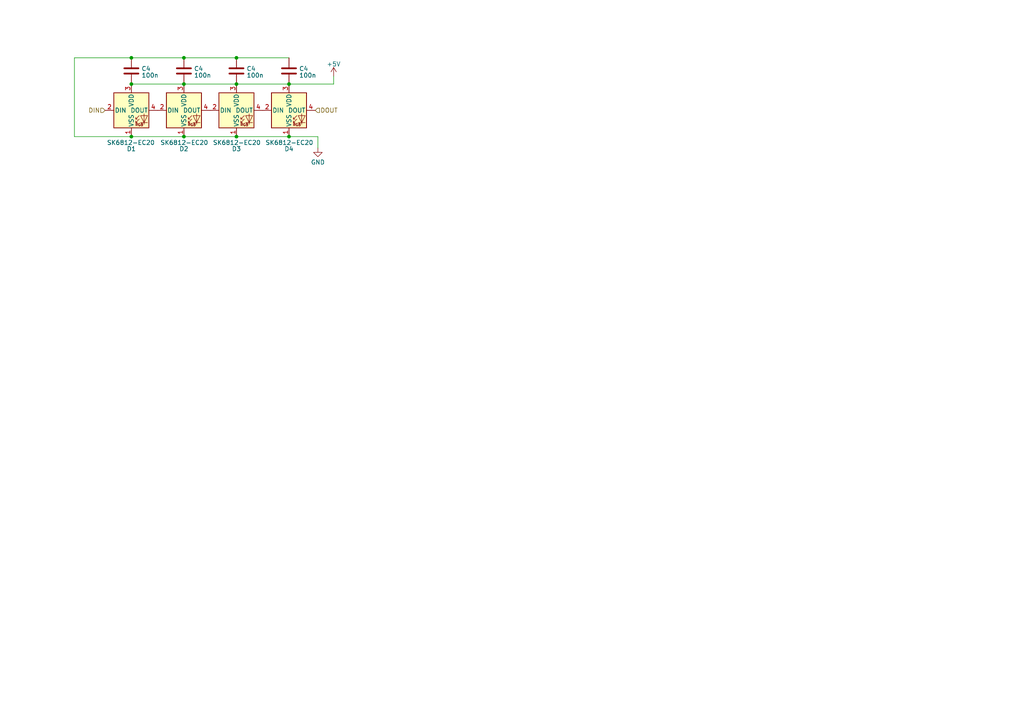
<source format=kicad_sch>
(kicad_sch (version 20230121) (generator eeschema)

  (uuid 8d8bb328-7a63-49f0-9592-43ac2c9414d7)

  (paper "A4")

  (lib_symbols
    (symbol "Device:C" (pin_numbers hide) (pin_names (offset 0.254)) (in_bom yes) (on_board yes)
      (property "Reference" "C" (at 0.635 2.54 0)
        (effects (font (size 1.27 1.27)) (justify left))
      )
      (property "Value" "C" (at 0.635 -2.54 0)
        (effects (font (size 1.27 1.27)) (justify left))
      )
      (property "Footprint" "" (at 0.9652 -3.81 0)
        (effects (font (size 1.27 1.27)) hide)
      )
      (property "Datasheet" "~" (at 0 0 0)
        (effects (font (size 1.27 1.27)) hide)
      )
      (property "ki_keywords" "cap capacitor" (at 0 0 0)
        (effects (font (size 1.27 1.27)) hide)
      )
      (property "ki_description" "Unpolarized capacitor" (at 0 0 0)
        (effects (font (size 1.27 1.27)) hide)
      )
      (property "ki_fp_filters" "C_*" (at 0 0 0)
        (effects (font (size 1.27 1.27)) hide)
      )
      (symbol "C_0_1"
        (polyline
          (pts
            (xy -2.032 -0.762)
            (xy 2.032 -0.762)
          )
          (stroke (width 0.508) (type default))
          (fill (type none))
        )
        (polyline
          (pts
            (xy -2.032 0.762)
            (xy 2.032 0.762)
          )
          (stroke (width 0.508) (type default))
          (fill (type none))
        )
      )
      (symbol "C_1_1"
        (pin passive line (at 0 3.81 270) (length 2.794)
          (name "~" (effects (font (size 1.27 1.27))))
          (number "1" (effects (font (size 1.27 1.27))))
        )
        (pin passive line (at 0 -3.81 90) (length 2.794)
          (name "~" (effects (font (size 1.27 1.27))))
          (number "2" (effects (font (size 1.27 1.27))))
        )
      )
    )
    (symbol "mapacr:SK6812-EC20" (pin_names (offset 0.254)) (in_bom yes) (on_board yes)
      (property "Reference" "D" (at 5.08 5.715 0)
        (effects (font (size 1.27 1.27)) (justify right bottom))
      )
      (property "Value" "SK6812-EC20" (at 1.27 -5.715 0)
        (effects (font (size 1.27 1.27)) (justify left top))
      )
      (property "Footprint" "mapacr:LED_SK6812-EC20" (at 1.27 -7.62 0)
        (effects (font (size 1.27 1.27)) (justify left top) hide)
      )
      (property "Datasheet" "https://datasheet.lcsc.com/lcsc/2110250930_OPSCO-Optoelectronics-SK6812-EC20_C2909058.pdf" (at 2.54 -9.525 0)
        (effects (font (size 1.27 1.27)) (justify left top) hide)
      )
      (property "JLCPCB_PART" "C2909058" (at 8.89 -12.7 0)
        (effects (font (size 1.27 1.27)))
      )
      (property "ki_keywords" "RGB LED NeoPixel addressable" (at 0 0 0)
        (effects (font (size 1.27 1.27)) hide)
      )
      (property "ki_description" "RGB LED with integrated controller" (at 0 0 0)
        (effects (font (size 1.27 1.27)) hide)
      )
      (property "ki_fp_filters" "LED*WS2812*PLCC*5.0x5.0mm*P3.2mm*" (at 0 0 0)
        (effects (font (size 1.27 1.27)) hide)
      )
      (symbol "SK6812-EC20_0_0"
        (text "RGB" (at 2.286 -4.191 0)
          (effects (font (size 0.762 0.762)))
        )
      )
      (symbol "SK6812-EC20_0_1"
        (rectangle (start -5.08 5.08) (end 5.08 -5.08)
          (stroke (width 0.254) (type default))
          (fill (type background))
        )
        (polyline
          (pts
            (xy 1.27 -3.556)
            (xy 1.778 -3.556)
          )
          (stroke (width 0) (type default))
          (fill (type none))
        )
        (polyline
          (pts
            (xy 1.27 -2.54)
            (xy 1.778 -2.54)
          )
          (stroke (width 0) (type default))
          (fill (type none))
        )
        (polyline
          (pts
            (xy 4.699 -3.556)
            (xy 2.667 -3.556)
          )
          (stroke (width 0) (type default))
          (fill (type none))
        )
        (polyline
          (pts
            (xy 2.286 -2.54)
            (xy 1.27 -3.556)
            (xy 1.27 -3.048)
          )
          (stroke (width 0) (type default))
          (fill (type none))
        )
        (polyline
          (pts
            (xy 2.286 -1.524)
            (xy 1.27 -2.54)
            (xy 1.27 -2.032)
          )
          (stroke (width 0) (type default))
          (fill (type none))
        )
        (polyline
          (pts
            (xy 3.683 -1.016)
            (xy 3.683 -3.556)
            (xy 3.683 -4.064)
          )
          (stroke (width 0) (type default))
          (fill (type none))
        )
        (polyline
          (pts
            (xy 4.699 -1.524)
            (xy 2.667 -1.524)
            (xy 3.683 -3.556)
            (xy 4.699 -1.524)
          )
          (stroke (width 0) (type default))
          (fill (type none))
        )
      )
      (symbol "SK6812-EC20_1_1"
        (pin power_in line (at 0 -7.62 90) (length 2.54)
          (name "VSS" (effects (font (size 1.27 1.27))))
          (number "1" (effects (font (size 1.27 1.27))))
        )
        (pin input line (at -7.62 0 0) (length 2.54)
          (name "DIN" (effects (font (size 1.27 1.27))))
          (number "2" (effects (font (size 1.27 1.27))))
        )
        (pin power_in line (at 0 7.62 270) (length 2.54)
          (name "VDD" (effects (font (size 1.27 1.27))))
          (number "3" (effects (font (size 1.27 1.27))))
        )
        (pin output line (at 7.62 0 180) (length 2.54)
          (name "DOUT" (effects (font (size 1.27 1.27))))
          (number "4" (effects (font (size 1.27 1.27))))
        )
      )
    )
    (symbol "power:+5V" (power) (pin_names (offset 0)) (in_bom yes) (on_board yes)
      (property "Reference" "#PWR" (at 0 -3.81 0)
        (effects (font (size 1.27 1.27)) hide)
      )
      (property "Value" "+5V" (at 0 3.556 0)
        (effects (font (size 1.27 1.27)))
      )
      (property "Footprint" "" (at 0 0 0)
        (effects (font (size 1.27 1.27)) hide)
      )
      (property "Datasheet" "" (at 0 0 0)
        (effects (font (size 1.27 1.27)) hide)
      )
      (property "ki_keywords" "global power" (at 0 0 0)
        (effects (font (size 1.27 1.27)) hide)
      )
      (property "ki_description" "Power symbol creates a global label with name \"+5V\"" (at 0 0 0)
        (effects (font (size 1.27 1.27)) hide)
      )
      (symbol "+5V_0_1"
        (polyline
          (pts
            (xy -0.762 1.27)
            (xy 0 2.54)
          )
          (stroke (width 0) (type default))
          (fill (type none))
        )
        (polyline
          (pts
            (xy 0 0)
            (xy 0 2.54)
          )
          (stroke (width 0) (type default))
          (fill (type none))
        )
        (polyline
          (pts
            (xy 0 2.54)
            (xy 0.762 1.27)
          )
          (stroke (width 0) (type default))
          (fill (type none))
        )
      )
      (symbol "+5V_1_1"
        (pin power_in line (at 0 0 90) (length 0) hide
          (name "+5V" (effects (font (size 1.27 1.27))))
          (number "1" (effects (font (size 1.27 1.27))))
        )
      )
    )
    (symbol "power:GND" (power) (pin_names (offset 0)) (in_bom yes) (on_board yes)
      (property "Reference" "#PWR" (at 0 -6.35 0)
        (effects (font (size 1.27 1.27)) hide)
      )
      (property "Value" "GND" (at 0 -3.81 0)
        (effects (font (size 1.27 1.27)))
      )
      (property "Footprint" "" (at 0 0 0)
        (effects (font (size 1.27 1.27)) hide)
      )
      (property "Datasheet" "" (at 0 0 0)
        (effects (font (size 1.27 1.27)) hide)
      )
      (property "ki_keywords" "global power" (at 0 0 0)
        (effects (font (size 1.27 1.27)) hide)
      )
      (property "ki_description" "Power symbol creates a global label with name \"GND\" , ground" (at 0 0 0)
        (effects (font (size 1.27 1.27)) hide)
      )
      (symbol "GND_0_1"
        (polyline
          (pts
            (xy 0 0)
            (xy 0 -1.27)
            (xy 1.27 -1.27)
            (xy 0 -2.54)
            (xy -1.27 -1.27)
            (xy 0 -1.27)
          )
          (stroke (width 0) (type default))
          (fill (type none))
        )
      )
      (symbol "GND_1_1"
        (pin power_in line (at 0 0 270) (length 0) hide
          (name "GND" (effects (font (size 1.27 1.27))))
          (number "1" (effects (font (size 1.27 1.27))))
        )
      )
    )
  )

  (junction (at 53.34 24.384) (diameter 0) (color 0 0 0 0)
    (uuid 01047e34-fd3b-41c1-b020-04c115adbf36)
  )
  (junction (at 68.58 39.624) (diameter 0) (color 0 0 0 0)
    (uuid 115712de-ebdd-44cd-b38a-f6e429661290)
  )
  (junction (at 38.1 39.624) (diameter 0) (color 0 0 0 0)
    (uuid 630feb9b-b6e4-443f-a7fe-92ba416e642d)
  )
  (junction (at 38.1 16.764) (diameter 0) (color 0 0 0 0)
    (uuid 68660f96-b025-498a-8ce0-c11713b883c4)
  )
  (junction (at 68.58 16.764) (diameter 0) (color 0 0 0 0)
    (uuid 6933934f-2474-47c3-b5a2-649293d2e2dc)
  )
  (junction (at 83.82 39.624) (diameter 0) (color 0 0 0 0)
    (uuid 915d7470-41ba-45da-96e8-8076fe0fc040)
  )
  (junction (at 83.82 24.384) (diameter 0) (color 0 0 0 0)
    (uuid a0c98261-7fc4-4232-a753-84a83af256fd)
  )
  (junction (at 53.34 39.624) (diameter 0) (color 0 0 0 0)
    (uuid c00b779e-6b42-439d-8bbb-7f3760791a57)
  )
  (junction (at 53.34 16.764) (diameter 0) (color 0 0 0 0)
    (uuid c7402c0e-8499-4a72-8112-89b14233d17e)
  )
  (junction (at 68.58 24.384) (diameter 0) (color 0 0 0 0)
    (uuid dbf058b2-ae77-4fa4-964d-94cfbebc4c26)
  )
  (junction (at 38.1 24.384) (diameter 0) (color 0 0 0 0)
    (uuid f8f5fab6-0398-4239-b929-8ec945e96a4c)
  )

  (wire (pts (xy 53.34 16.764) (xy 38.1 16.764))
    (stroke (width 0) (type default))
    (uuid 04ec645d-e8b6-45fa-8c05-964265416a3e)
  )
  (wire (pts (xy 21.59 16.764) (xy 38.1 16.764))
    (stroke (width 0) (type default))
    (uuid 187bc13d-46e8-44d5-8e3e-b39ab3274e9d)
  )
  (wire (pts (xy 92.202 39.624) (xy 92.202 42.926))
    (stroke (width 0) (type default))
    (uuid 32bf59c5-fbc2-454a-8647-cfe2d70e5112)
  )
  (wire (pts (xy 38.1 24.384) (xy 53.34 24.384))
    (stroke (width 0) (type default))
    (uuid 3ece8a64-f4b4-45e7-a333-32b8ff80bef0)
  )
  (wire (pts (xy 21.59 16.764) (xy 21.59 39.624))
    (stroke (width 0) (type default))
    (uuid 488e91b8-3179-44bf-bb78-7c7f6274ffb3)
  )
  (wire (pts (xy 38.1 39.624) (xy 53.34 39.624))
    (stroke (width 0) (type default))
    (uuid 675899c9-534e-49b1-93bb-8a98b7c7647e)
  )
  (wire (pts (xy 53.34 24.384) (xy 68.58 24.384))
    (stroke (width 0) (type default))
    (uuid 6d13fdc7-47ce-4cd6-82cf-9c141fc980d4)
  )
  (wire (pts (xy 21.59 39.624) (xy 38.1 39.624))
    (stroke (width 0) (type default))
    (uuid 8fa2231e-cfdd-4170-a5ec-9edc5c75ce66)
  )
  (wire (pts (xy 83.82 24.384) (xy 96.774 24.384))
    (stroke (width 0) (type default))
    (uuid 998753a2-b1b5-4211-a9e6-6a6f4607bb5d)
  )
  (wire (pts (xy 83.82 16.764) (xy 68.58 16.764))
    (stroke (width 0) (type default))
    (uuid a0ec93ab-078b-4931-92b1-bc8fb532d97b)
  )
  (wire (pts (xy 53.34 39.624) (xy 68.58 39.624))
    (stroke (width 0) (type default))
    (uuid a36a33c1-b767-4040-bc62-4bd6b2e9f788)
  )
  (wire (pts (xy 96.774 22.098) (xy 96.774 24.384))
    (stroke (width 0) (type default))
    (uuid cca3d459-22e7-4848-a153-e6a31ae5a93c)
  )
  (wire (pts (xy 68.58 39.624) (xy 83.82 39.624))
    (stroke (width 0) (type default))
    (uuid d2867f2c-f980-4a4f-b59a-caf0f07c1204)
  )
  (wire (pts (xy 68.58 24.384) (xy 83.82 24.384))
    (stroke (width 0) (type default))
    (uuid fb886a46-dbea-4921-b196-767ec891fbf8)
  )
  (wire (pts (xy 83.82 39.624) (xy 92.202 39.624))
    (stroke (width 0) (type default))
    (uuid ff48a353-e403-4fab-9115-7451372fedcb)
  )
  (wire (pts (xy 68.58 16.764) (xy 53.34 16.764))
    (stroke (width 0) (type default))
    (uuid ff4e2340-5714-48ea-8dc2-56c72dc96544)
  )

  (hierarchical_label "DIN" (shape input) (at 30.48 32.004 180) (fields_autoplaced)
    (effects (font (size 1.27 1.27)) (justify right))
    (uuid 0ddf8c14-89c9-4d05-8cdc-cda5a4ec2d92)
  )
  (hierarchical_label "DOUT" (shape input) (at 91.44 32.004 0) (fields_autoplaced)
    (effects (font (size 1.27 1.27)) (justify left))
    (uuid 55d84dd9-1af2-4c9d-ade8-900f2120be5a)
  )

  (symbol (lib_id "mapacr:SK6812-EC20") (at 68.58 32.004 0) (unit 1)
    (in_bom yes) (on_board yes) (dnp no)
    (uuid 1f3d7d8f-cd28-44eb-a720-1067376b6ad6)
    (property "Reference" "D3" (at 68.58 43.18 0)
      (effects (font (size 1.27 1.27)))
    )
    (property "Value" "SK6812-EC20" (at 61.722 40.64 0)
      (effects (font (size 1.27 1.27)) (justify left top))
    )
    (property "Footprint" "mapacr:LED_SK6812-EC20" (at 69.85 39.624 0)
      (effects (font (size 1.27 1.27)) (justify left top) hide)
    )
    (property "Datasheet" "https://datasheet.lcsc.com/lcsc/2110250930_OPSCO-Optoelectronics-SK6812-EC20_C2909058.pdf" (at 71.12 41.529 0)
      (effects (font (size 1.27 1.27)) (justify left top) hide)
    )
    (property "JLCPCB_PART" "C2909058" (at 77.47 44.704 0)
      (effects (font (size 1.27 1.27)) hide)
    )
    (pin "1" (uuid 4f30833b-e371-4f3e-9872-9b82c1b747bc))
    (pin "2" (uuid b66a71a5-3623-4d5d-a72a-339e745b16c2))
    (pin "3" (uuid e8382f29-9aa7-4900-a2cb-e77253a085f1))
    (pin "4" (uuid 57f367f8-c6cb-4afa-936b-49fa8d783718))
    (instances
      (project "mapacr_budget"
        (path "/71b974b8-1ba1-4062-b002-6a1a7fefb29b/f52dec1b-c982-41db-b30e-ceff01a37811"
          (reference "D3") (unit 1)
        )
        (path "/71b974b8-1ba1-4062-b002-6a1a7fefb29b/402cd8cc-f516-424c-85a0-522f37d43c49"
          (reference "D62") (unit 1)
        )
        (path "/71b974b8-1ba1-4062-b002-6a1a7fefb29b/406a379a-0026-4462-a438-13893326d56e"
          (reference "D69") (unit 1)
        )
        (path "/71b974b8-1ba1-4062-b002-6a1a7fefb29b/61e8544f-1984-44ab-b3c9-02e9f2cb8537"
          (reference "D101") (unit 1)
        )
        (path "/71b974b8-1ba1-4062-b002-6a1a7fefb29b/45742699-6e65-4de0-9a9f-deffae99a3e2"
          (reference "D114") (unit 1)
        )
        (path "/71b974b8-1ba1-4062-b002-6a1a7fefb29b/fd207ae8-3562-48d7-a269-49069aa87ee2"
          (reference "D135") (unit 1)
        )
        (path "/71b974b8-1ba1-4062-b002-6a1a7fefb29b/efb310ba-6218-4192-a0b7-3542a75ac5f7"
          (reference "D149") (unit 1)
        )
        (path "/71b974b8-1ba1-4062-b002-6a1a7fefb29b/9ae854d1-0d72-426c-85fa-670aa3eaa4e9"
          (reference "D170") (unit 1)
        )
        (path "/71b974b8-1ba1-4062-b002-6a1a7fefb29b/4d9fab85-4e20-4961-b776-60f98c0c1888"
          (reference "D185") (unit 1)
        )
        (path "/71b974b8-1ba1-4062-b002-6a1a7fefb29b/78103047-5bab-49fc-ab7a-b39956314c55"
          (reference "D200") (unit 1)
        )
      )
    )
  )

  (symbol (lib_id "power:GND") (at 92.202 42.926 0) (unit 1)
    (in_bom yes) (on_board yes) (dnp no) (fields_autoplaced)
    (uuid 3d76f79f-e93d-4b79-bb17-be83d2854340)
    (property "Reference" "#PWR02" (at 92.202 49.276 0)
      (effects (font (size 1.27 1.27)) hide)
    )
    (property "Value" "GND" (at 92.202 47.0615 0)
      (effects (font (size 1.27 1.27)))
    )
    (property "Footprint" "" (at 92.202 42.926 0)
      (effects (font (size 1.27 1.27)) hide)
    )
    (property "Datasheet" "" (at 92.202 42.926 0)
      (effects (font (size 1.27 1.27)) hide)
    )
    (pin "1" (uuid 8e4c9fff-ca5e-4ce2-8f8b-be553e423cdf))
    (instances
      (project "mapacr_budget"
        (path "/71b974b8-1ba1-4062-b002-6a1a7fefb29b/f52dec1b-c982-41db-b30e-ceff01a37811"
          (reference "#PWR02") (unit 1)
        )
        (path "/71b974b8-1ba1-4062-b002-6a1a7fefb29b/402cd8cc-f516-424c-85a0-522f37d43c49"
          (reference "#PWR020") (unit 1)
        )
        (path "/71b974b8-1ba1-4062-b002-6a1a7fefb29b/406a379a-0026-4462-a438-13893326d56e"
          (reference "#PWR026") (unit 1)
        )
        (path "/71b974b8-1ba1-4062-b002-6a1a7fefb29b/61e8544f-1984-44ab-b3c9-02e9f2cb8537"
          (reference "#PWR038") (unit 1)
        )
        (path "/71b974b8-1ba1-4062-b002-6a1a7fefb29b/45742699-6e65-4de0-9a9f-deffae99a3e2"
          (reference "#PWR044") (unit 1)
        )
        (path "/71b974b8-1ba1-4062-b002-6a1a7fefb29b/fd207ae8-3562-48d7-a269-49069aa87ee2"
          (reference "#PWR050") (unit 1)
        )
        (path "/71b974b8-1ba1-4062-b002-6a1a7fefb29b/efb310ba-6218-4192-a0b7-3542a75ac5f7"
          (reference "#PWR056") (unit 1)
        )
        (path "/71b974b8-1ba1-4062-b002-6a1a7fefb29b/9ae854d1-0d72-426c-85fa-670aa3eaa4e9"
          (reference "#PWR062") (unit 1)
        )
        (path "/71b974b8-1ba1-4062-b002-6a1a7fefb29b/4d9fab85-4e20-4961-b776-60f98c0c1888"
          (reference "#PWR070") (unit 1)
        )
        (path "/71b974b8-1ba1-4062-b002-6a1a7fefb29b/78103047-5bab-49fc-ab7a-b39956314c55"
          (reference "#PWR078") (unit 1)
        )
      )
    )
  )

  (symbol (lib_id "Device:C") (at 53.34 20.574 0) (unit 1)
    (in_bom yes) (on_board yes) (dnp no) (fields_autoplaced)
    (uuid 4c6c8b96-7361-46cb-b6d9-d2f9e249e93b)
    (property "Reference" "C4" (at 56.261 19.9303 0)
      (effects (font (size 1.27 1.27)) (justify left))
    )
    (property "Value" "100n" (at 56.261 21.8513 0)
      (effects (font (size 1.27 1.27)) (justify left))
    )
    (property "Footprint" "Capacitor_SMD:C_0603_1608Metric" (at 54.3052 24.384 0)
      (effects (font (size 1.27 1.27)) hide)
    )
    (property "Datasheet" "~" (at 53.34 20.574 0)
      (effects (font (size 1.27 1.27)) hide)
    )
    (property "JLCPCB_PART" "C14663" (at 53.34 20.574 0)
      (effects (font (size 1.27 1.27)) hide)
    )
    (pin "1" (uuid 27170c40-6490-453c-a48d-fa8fa6150a0e))
    (pin "2" (uuid 669faf90-e212-4e4c-873d-3c7ad640d873))
    (instances
      (project "mapacr_budget"
        (path "/71b974b8-1ba1-4062-b002-6a1a7fefb29b"
          (reference "C4") (unit 1)
        )
        (path "/71b974b8-1ba1-4062-b002-6a1a7fefb29b/f52dec1b-c982-41db-b30e-ceff01a37811"
          (reference "C21") (unit 1)
        )
        (path "/71b974b8-1ba1-4062-b002-6a1a7fefb29b/402cd8cc-f516-424c-85a0-522f37d43c49"
          (reference "C22") (unit 1)
        )
        (path "/71b974b8-1ba1-4062-b002-6a1a7fefb29b/406a379a-0026-4462-a438-13893326d56e"
          (reference "C23") (unit 1)
        )
        (path "/71b974b8-1ba1-4062-b002-6a1a7fefb29b/61e8544f-1984-44ab-b3c9-02e9f2cb8537"
          (reference "C24") (unit 1)
        )
        (path "/71b974b8-1ba1-4062-b002-6a1a7fefb29b/45742699-6e65-4de0-9a9f-deffae99a3e2"
          (reference "C25") (unit 1)
        )
        (path "/71b974b8-1ba1-4062-b002-6a1a7fefb29b/fd207ae8-3562-48d7-a269-49069aa87ee2"
          (reference "C26") (unit 1)
        )
        (path "/71b974b8-1ba1-4062-b002-6a1a7fefb29b/efb310ba-6218-4192-a0b7-3542a75ac5f7"
          (reference "C27") (unit 1)
        )
        (path "/71b974b8-1ba1-4062-b002-6a1a7fefb29b/9ae854d1-0d72-426c-85fa-670aa3eaa4e9"
          (reference "C28") (unit 1)
        )
        (path "/71b974b8-1ba1-4062-b002-6a1a7fefb29b/4d9fab85-4e20-4961-b776-60f98c0c1888"
          (reference "C29") (unit 1)
        )
        (path "/71b974b8-1ba1-4062-b002-6a1a7fefb29b/78103047-5bab-49fc-ab7a-b39956314c55"
          (reference "C30") (unit 1)
        )
      )
      (project "mapacr_controller"
        (path "/c2c1ed0a-c892-43f8-b0d8-e01dd6d47873"
          (reference "C4") (unit 1)
        )
      )
    )
  )

  (symbol (lib_id "power:+5V") (at 96.774 22.098 0) (unit 1)
    (in_bom yes) (on_board yes) (dnp no) (fields_autoplaced)
    (uuid 585d3ce0-f679-4bad-8035-9a6d16a64544)
    (property "Reference" "#PWR01" (at 96.774 25.908 0)
      (effects (font (size 1.27 1.27)) hide)
    )
    (property "Value" "+5V" (at 96.774 18.5961 0)
      (effects (font (size 1.27 1.27)))
    )
    (property "Footprint" "" (at 96.774 22.098 0)
      (effects (font (size 1.27 1.27)) hide)
    )
    (property "Datasheet" "" (at 96.774 22.098 0)
      (effects (font (size 1.27 1.27)) hide)
    )
    (pin "1" (uuid 57320ffe-7ce1-40e2-b437-0660642fe674))
    (instances
      (project "mapacr_budget"
        (path "/71b974b8-1ba1-4062-b002-6a1a7fefb29b/f52dec1b-c982-41db-b30e-ceff01a37811"
          (reference "#PWR01") (unit 1)
        )
        (path "/71b974b8-1ba1-4062-b002-6a1a7fefb29b/402cd8cc-f516-424c-85a0-522f37d43c49"
          (reference "#PWR019") (unit 1)
        )
        (path "/71b974b8-1ba1-4062-b002-6a1a7fefb29b/406a379a-0026-4462-a438-13893326d56e"
          (reference "#PWR025") (unit 1)
        )
        (path "/71b974b8-1ba1-4062-b002-6a1a7fefb29b/61e8544f-1984-44ab-b3c9-02e9f2cb8537"
          (reference "#PWR037") (unit 1)
        )
        (path "/71b974b8-1ba1-4062-b002-6a1a7fefb29b/45742699-6e65-4de0-9a9f-deffae99a3e2"
          (reference "#PWR043") (unit 1)
        )
        (path "/71b974b8-1ba1-4062-b002-6a1a7fefb29b/fd207ae8-3562-48d7-a269-49069aa87ee2"
          (reference "#PWR049") (unit 1)
        )
        (path "/71b974b8-1ba1-4062-b002-6a1a7fefb29b/efb310ba-6218-4192-a0b7-3542a75ac5f7"
          (reference "#PWR055") (unit 1)
        )
        (path "/71b974b8-1ba1-4062-b002-6a1a7fefb29b/9ae854d1-0d72-426c-85fa-670aa3eaa4e9"
          (reference "#PWR061") (unit 1)
        )
        (path "/71b974b8-1ba1-4062-b002-6a1a7fefb29b/4d9fab85-4e20-4961-b776-60f98c0c1888"
          (reference "#PWR069") (unit 1)
        )
        (path "/71b974b8-1ba1-4062-b002-6a1a7fefb29b/78103047-5bab-49fc-ab7a-b39956314c55"
          (reference "#PWR077") (unit 1)
        )
      )
    )
  )

  (symbol (lib_id "mapacr:SK6812-EC20") (at 53.34 32.004 0) (unit 1)
    (in_bom yes) (on_board yes) (dnp no)
    (uuid 7ec2074e-7e5c-4978-b6f5-7238499ffb11)
    (property "Reference" "D2" (at 53.34 43.18 0)
      (effects (font (size 1.27 1.27)))
    )
    (property "Value" "SK6812-EC20" (at 46.482 40.64 0)
      (effects (font (size 1.27 1.27)) (justify left top))
    )
    (property "Footprint" "mapacr:LED_SK6812-EC20" (at 54.61 39.624 0)
      (effects (font (size 1.27 1.27)) (justify left top) hide)
    )
    (property "Datasheet" "https://datasheet.lcsc.com/lcsc/2110250930_OPSCO-Optoelectronics-SK6812-EC20_C2909058.pdf" (at 55.88 41.529 0)
      (effects (font (size 1.27 1.27)) (justify left top) hide)
    )
    (property "JLCPCB_PART" "C2909058" (at 62.23 44.704 0)
      (effects (font (size 1.27 1.27)) hide)
    )
    (pin "1" (uuid 2d2baa30-f12b-465e-bf47-0cac32fe749d))
    (pin "2" (uuid 648e18d4-c123-4bdd-8763-844069776c67))
    (pin "3" (uuid c2e6bbb5-0b92-4c3b-b983-1a2fe6baa586))
    (pin "4" (uuid 198faba4-e900-48d4-bbfc-c97a0d722475))
    (instances
      (project "mapacr_budget"
        (path "/71b974b8-1ba1-4062-b002-6a1a7fefb29b/f52dec1b-c982-41db-b30e-ceff01a37811"
          (reference "D2") (unit 1)
        )
        (path "/71b974b8-1ba1-4062-b002-6a1a7fefb29b/402cd8cc-f516-424c-85a0-522f37d43c49"
          (reference "D61") (unit 1)
        )
        (path "/71b974b8-1ba1-4062-b002-6a1a7fefb29b/406a379a-0026-4462-a438-13893326d56e"
          (reference "D68") (unit 1)
        )
        (path "/71b974b8-1ba1-4062-b002-6a1a7fefb29b/61e8544f-1984-44ab-b3c9-02e9f2cb8537"
          (reference "D100") (unit 1)
        )
        (path "/71b974b8-1ba1-4062-b002-6a1a7fefb29b/45742699-6e65-4de0-9a9f-deffae99a3e2"
          (reference "D113") (unit 1)
        )
        (path "/71b974b8-1ba1-4062-b002-6a1a7fefb29b/fd207ae8-3562-48d7-a269-49069aa87ee2"
          (reference "D134") (unit 1)
        )
        (path "/71b974b8-1ba1-4062-b002-6a1a7fefb29b/efb310ba-6218-4192-a0b7-3542a75ac5f7"
          (reference "D148") (unit 1)
        )
        (path "/71b974b8-1ba1-4062-b002-6a1a7fefb29b/9ae854d1-0d72-426c-85fa-670aa3eaa4e9"
          (reference "D169") (unit 1)
        )
        (path "/71b974b8-1ba1-4062-b002-6a1a7fefb29b/4d9fab85-4e20-4961-b776-60f98c0c1888"
          (reference "D184") (unit 1)
        )
        (path "/71b974b8-1ba1-4062-b002-6a1a7fefb29b/78103047-5bab-49fc-ab7a-b39956314c55"
          (reference "D199") (unit 1)
        )
      )
    )
  )

  (symbol (lib_id "mapacr:SK6812-EC20") (at 83.82 32.004 0) (unit 1)
    (in_bom yes) (on_board yes) (dnp no)
    (uuid 99557d62-4c86-49ed-addc-6482729b6911)
    (property "Reference" "D4" (at 83.82 43.18 0)
      (effects (font (size 1.27 1.27)))
    )
    (property "Value" "SK6812-EC20" (at 76.962 40.64 0)
      (effects (font (size 1.27 1.27)) (justify left top))
    )
    (property "Footprint" "mapacr:LED_SK6812-EC20" (at 85.09 39.624 0)
      (effects (font (size 1.27 1.27)) (justify left top) hide)
    )
    (property "Datasheet" "https://datasheet.lcsc.com/lcsc/2110250930_OPSCO-Optoelectronics-SK6812-EC20_C2909058.pdf" (at 86.36 41.529 0)
      (effects (font (size 1.27 1.27)) (justify left top) hide)
    )
    (property "JLCPCB_PART" "C2909058" (at 92.71 44.704 0)
      (effects (font (size 1.27 1.27)) hide)
    )
    (pin "1" (uuid ca409392-4992-4098-a72f-bb791a2379ab))
    (pin "2" (uuid 7df4456d-831a-4437-8a7c-ed96dfff4131))
    (pin "3" (uuid 88f70602-d14c-49f8-8732-6ac1619364c5))
    (pin "4" (uuid 6dfeae04-e768-4076-91c6-ba6af67a86e7))
    (instances
      (project "mapacr_budget"
        (path "/71b974b8-1ba1-4062-b002-6a1a7fefb29b/f52dec1b-c982-41db-b30e-ceff01a37811"
          (reference "D4") (unit 1)
        )
        (path "/71b974b8-1ba1-4062-b002-6a1a7fefb29b/402cd8cc-f516-424c-85a0-522f37d43c49"
          (reference "D63") (unit 1)
        )
        (path "/71b974b8-1ba1-4062-b002-6a1a7fefb29b/406a379a-0026-4462-a438-13893326d56e"
          (reference "D70") (unit 1)
        )
        (path "/71b974b8-1ba1-4062-b002-6a1a7fefb29b/61e8544f-1984-44ab-b3c9-02e9f2cb8537"
          (reference "D102") (unit 1)
        )
        (path "/71b974b8-1ba1-4062-b002-6a1a7fefb29b/45742699-6e65-4de0-9a9f-deffae99a3e2"
          (reference "D115") (unit 1)
        )
        (path "/71b974b8-1ba1-4062-b002-6a1a7fefb29b/fd207ae8-3562-48d7-a269-49069aa87ee2"
          (reference "D136") (unit 1)
        )
        (path "/71b974b8-1ba1-4062-b002-6a1a7fefb29b/efb310ba-6218-4192-a0b7-3542a75ac5f7"
          (reference "D150") (unit 1)
        )
        (path "/71b974b8-1ba1-4062-b002-6a1a7fefb29b/9ae854d1-0d72-426c-85fa-670aa3eaa4e9"
          (reference "D171") (unit 1)
        )
        (path "/71b974b8-1ba1-4062-b002-6a1a7fefb29b/4d9fab85-4e20-4961-b776-60f98c0c1888"
          (reference "D186") (unit 1)
        )
        (path "/71b974b8-1ba1-4062-b002-6a1a7fefb29b/78103047-5bab-49fc-ab7a-b39956314c55"
          (reference "D201") (unit 1)
        )
      )
    )
  )

  (symbol (lib_id "Device:C") (at 83.82 20.574 0) (unit 1)
    (in_bom yes) (on_board yes) (dnp no) (fields_autoplaced)
    (uuid bad00e95-2d35-437d-9dfa-1a41c25d4906)
    (property "Reference" "C4" (at 86.741 19.9303 0)
      (effects (font (size 1.27 1.27)) (justify left))
    )
    (property "Value" "100n" (at 86.741 21.8513 0)
      (effects (font (size 1.27 1.27)) (justify left))
    )
    (property "Footprint" "Capacitor_SMD:C_0603_1608Metric" (at 84.7852 24.384 0)
      (effects (font (size 1.27 1.27)) hide)
    )
    (property "Datasheet" "~" (at 83.82 20.574 0)
      (effects (font (size 1.27 1.27)) hide)
    )
    (property "JLCPCB_PART" "C14663" (at 83.82 20.574 0)
      (effects (font (size 1.27 1.27)) hide)
    )
    (pin "1" (uuid 06133172-e6c7-44ff-a991-c9d9872e1989))
    (pin "2" (uuid 46155606-6e40-48d2-9116-f9201a80d573))
    (instances
      (project "mapacr_budget"
        (path "/71b974b8-1ba1-4062-b002-6a1a7fefb29b"
          (reference "C4") (unit 1)
        )
        (path "/71b974b8-1ba1-4062-b002-6a1a7fefb29b/f52dec1b-c982-41db-b30e-ceff01a37811"
          (reference "C41") (unit 1)
        )
        (path "/71b974b8-1ba1-4062-b002-6a1a7fefb29b/402cd8cc-f516-424c-85a0-522f37d43c49"
          (reference "C42") (unit 1)
        )
        (path "/71b974b8-1ba1-4062-b002-6a1a7fefb29b/406a379a-0026-4462-a438-13893326d56e"
          (reference "C43") (unit 1)
        )
        (path "/71b974b8-1ba1-4062-b002-6a1a7fefb29b/61e8544f-1984-44ab-b3c9-02e9f2cb8537"
          (reference "C44") (unit 1)
        )
        (path "/71b974b8-1ba1-4062-b002-6a1a7fefb29b/45742699-6e65-4de0-9a9f-deffae99a3e2"
          (reference "C45") (unit 1)
        )
        (path "/71b974b8-1ba1-4062-b002-6a1a7fefb29b/fd207ae8-3562-48d7-a269-49069aa87ee2"
          (reference "C46") (unit 1)
        )
        (path "/71b974b8-1ba1-4062-b002-6a1a7fefb29b/efb310ba-6218-4192-a0b7-3542a75ac5f7"
          (reference "C47") (unit 1)
        )
        (path "/71b974b8-1ba1-4062-b002-6a1a7fefb29b/9ae854d1-0d72-426c-85fa-670aa3eaa4e9"
          (reference "C48") (unit 1)
        )
        (path "/71b974b8-1ba1-4062-b002-6a1a7fefb29b/4d9fab85-4e20-4961-b776-60f98c0c1888"
          (reference "C49") (unit 1)
        )
        (path "/71b974b8-1ba1-4062-b002-6a1a7fefb29b/78103047-5bab-49fc-ab7a-b39956314c55"
          (reference "C50") (unit 1)
        )
      )
      (project "mapacr_controller"
        (path "/c2c1ed0a-c892-43f8-b0d8-e01dd6d47873"
          (reference "C4") (unit 1)
        )
      )
    )
  )

  (symbol (lib_id "Device:C") (at 38.1 20.574 0) (unit 1)
    (in_bom yes) (on_board yes) (dnp no) (fields_autoplaced)
    (uuid f6ba048d-3581-4513-a4a8-861c18ceb902)
    (property "Reference" "C4" (at 41.021 19.9303 0)
      (effects (font (size 1.27 1.27)) (justify left))
    )
    (property "Value" "100n" (at 41.021 21.8513 0)
      (effects (font (size 1.27 1.27)) (justify left))
    )
    (property "Footprint" "Capacitor_SMD:C_0603_1608Metric" (at 39.0652 24.384 0)
      (effects (font (size 1.27 1.27)) hide)
    )
    (property "Datasheet" "~" (at 38.1 20.574 0)
      (effects (font (size 1.27 1.27)) hide)
    )
    (property "JLCPCB_PART" "C14663" (at 38.1 20.574 0)
      (effects (font (size 1.27 1.27)) hide)
    )
    (pin "1" (uuid a1b425f6-e1c2-41c4-8f1f-c86b2e72c4df))
    (pin "2" (uuid 38ce0d72-3906-4f8c-9b83-1641830bb8b7))
    (instances
      (project "mapacr_budget"
        (path "/71b974b8-1ba1-4062-b002-6a1a7fefb29b"
          (reference "C4") (unit 1)
        )
        (path "/71b974b8-1ba1-4062-b002-6a1a7fefb29b/f52dec1b-c982-41db-b30e-ceff01a37811"
          (reference "C11") (unit 1)
        )
        (path "/71b974b8-1ba1-4062-b002-6a1a7fefb29b/402cd8cc-f516-424c-85a0-522f37d43c49"
          (reference "C12") (unit 1)
        )
        (path "/71b974b8-1ba1-4062-b002-6a1a7fefb29b/406a379a-0026-4462-a438-13893326d56e"
          (reference "C13") (unit 1)
        )
        (path "/71b974b8-1ba1-4062-b002-6a1a7fefb29b/61e8544f-1984-44ab-b3c9-02e9f2cb8537"
          (reference "C14") (unit 1)
        )
        (path "/71b974b8-1ba1-4062-b002-6a1a7fefb29b/45742699-6e65-4de0-9a9f-deffae99a3e2"
          (reference "C15") (unit 1)
        )
        (path "/71b974b8-1ba1-4062-b002-6a1a7fefb29b/fd207ae8-3562-48d7-a269-49069aa87ee2"
          (reference "C16") (unit 1)
        )
        (path "/71b974b8-1ba1-4062-b002-6a1a7fefb29b/efb310ba-6218-4192-a0b7-3542a75ac5f7"
          (reference "C17") (unit 1)
        )
        (path "/71b974b8-1ba1-4062-b002-6a1a7fefb29b/9ae854d1-0d72-426c-85fa-670aa3eaa4e9"
          (reference "C18") (unit 1)
        )
        (path "/71b974b8-1ba1-4062-b002-6a1a7fefb29b/4d9fab85-4e20-4961-b776-60f98c0c1888"
          (reference "C19") (unit 1)
        )
        (path "/71b974b8-1ba1-4062-b002-6a1a7fefb29b/78103047-5bab-49fc-ab7a-b39956314c55"
          (reference "C20") (unit 1)
        )
      )
      (project "mapacr_controller"
        (path "/c2c1ed0a-c892-43f8-b0d8-e01dd6d47873"
          (reference "C4") (unit 1)
        )
      )
    )
  )

  (symbol (lib_id "mapacr:SK6812-EC20") (at 38.1 32.004 0) (unit 1)
    (in_bom yes) (on_board yes) (dnp no)
    (uuid f818e786-2c7d-4a8b-bb3f-19db5225304d)
    (property "Reference" "D1" (at 38.1 43.18 0)
      (effects (font (size 1.27 1.27)))
    )
    (property "Value" "SK6812-EC20" (at 30.988 40.64 0)
      (effects (font (size 1.27 1.27)) (justify left top))
    )
    (property "Footprint" "mapacr:LED_SK6812-EC20" (at 39.37 39.624 0)
      (effects (font (size 1.27 1.27)) (justify left top) hide)
    )
    (property "Datasheet" "https://datasheet.lcsc.com/lcsc/2110250930_OPSCO-Optoelectronics-SK6812-EC20_C2909058.pdf" (at 40.64 41.529 0)
      (effects (font (size 1.27 1.27)) (justify left top) hide)
    )
    (property "JLCPCB_PART" "C2909058" (at 46.99 44.704 0)
      (effects (font (size 1.27 1.27)) hide)
    )
    (pin "1" (uuid 9e2c3f49-11d8-43ae-b7aa-93b84600e2af))
    (pin "2" (uuid 3be1eca4-739e-4b1a-848b-21aee85f1da5))
    (pin "3" (uuid ad565f9a-204e-48fc-9a85-7fc4283770af))
    (pin "4" (uuid 3ccb5d5b-a43e-40a9-b1cd-7680950e954d))
    (instances
      (project "mapacr_budget"
        (path "/71b974b8-1ba1-4062-b002-6a1a7fefb29b/f52dec1b-c982-41db-b30e-ceff01a37811"
          (reference "D1") (unit 1)
        )
        (path "/71b974b8-1ba1-4062-b002-6a1a7fefb29b/402cd8cc-f516-424c-85a0-522f37d43c49"
          (reference "D60") (unit 1)
        )
        (path "/71b974b8-1ba1-4062-b002-6a1a7fefb29b/406a379a-0026-4462-a438-13893326d56e"
          (reference "D67") (unit 1)
        )
        (path "/71b974b8-1ba1-4062-b002-6a1a7fefb29b/61e8544f-1984-44ab-b3c9-02e9f2cb8537"
          (reference "D99") (unit 1)
        )
        (path "/71b974b8-1ba1-4062-b002-6a1a7fefb29b/45742699-6e65-4de0-9a9f-deffae99a3e2"
          (reference "D112") (unit 1)
        )
        (path "/71b974b8-1ba1-4062-b002-6a1a7fefb29b/fd207ae8-3562-48d7-a269-49069aa87ee2"
          (reference "D133") (unit 1)
        )
        (path "/71b974b8-1ba1-4062-b002-6a1a7fefb29b/efb310ba-6218-4192-a0b7-3542a75ac5f7"
          (reference "D147") (unit 1)
        )
        (path "/71b974b8-1ba1-4062-b002-6a1a7fefb29b/9ae854d1-0d72-426c-85fa-670aa3eaa4e9"
          (reference "D168") (unit 1)
        )
        (path "/71b974b8-1ba1-4062-b002-6a1a7fefb29b/4d9fab85-4e20-4961-b776-60f98c0c1888"
          (reference "D183") (unit 1)
        )
        (path "/71b974b8-1ba1-4062-b002-6a1a7fefb29b/78103047-5bab-49fc-ab7a-b39956314c55"
          (reference "D198") (unit 1)
        )
      )
    )
  )

  (symbol (lib_id "Device:C") (at 68.58 20.574 0) (unit 1)
    (in_bom yes) (on_board yes) (dnp no) (fields_autoplaced)
    (uuid fa7ab4a2-3de0-49c8-bf7c-423d8643fb2f)
    (property "Reference" "C4" (at 71.501 19.9303 0)
      (effects (font (size 1.27 1.27)) (justify left))
    )
    (property "Value" "100n" (at 71.501 21.8513 0)
      (effects (font (size 1.27 1.27)) (justify left))
    )
    (property "Footprint" "Capacitor_SMD:C_0603_1608Metric" (at 69.5452 24.384 0)
      (effects (font (size 1.27 1.27)) hide)
    )
    (property "Datasheet" "~" (at 68.58 20.574 0)
      (effects (font (size 1.27 1.27)) hide)
    )
    (property "JLCPCB_PART" "C14663" (at 68.58 20.574 0)
      (effects (font (size 1.27 1.27)) hide)
    )
    (pin "1" (uuid 27ea0cc0-d43e-4e7e-8dc5-54a02cbf06b5))
    (pin "2" (uuid 7f8c82bc-54ee-485c-a6a1-01bb94344bed))
    (instances
      (project "mapacr_budget"
        (path "/71b974b8-1ba1-4062-b002-6a1a7fefb29b"
          (reference "C4") (unit 1)
        )
        (path "/71b974b8-1ba1-4062-b002-6a1a7fefb29b/f52dec1b-c982-41db-b30e-ceff01a37811"
          (reference "C31") (unit 1)
        )
        (path "/71b974b8-1ba1-4062-b002-6a1a7fefb29b/402cd8cc-f516-424c-85a0-522f37d43c49"
          (reference "C32") (unit 1)
        )
        (path "/71b974b8-1ba1-4062-b002-6a1a7fefb29b/406a379a-0026-4462-a438-13893326d56e"
          (reference "C33") (unit 1)
        )
        (path "/71b974b8-1ba1-4062-b002-6a1a7fefb29b/61e8544f-1984-44ab-b3c9-02e9f2cb8537"
          (reference "C34") (unit 1)
        )
        (path "/71b974b8-1ba1-4062-b002-6a1a7fefb29b/45742699-6e65-4de0-9a9f-deffae99a3e2"
          (reference "C35") (unit 1)
        )
        (path "/71b974b8-1ba1-4062-b002-6a1a7fefb29b/fd207ae8-3562-48d7-a269-49069aa87ee2"
          (reference "C36") (unit 1)
        )
        (path "/71b974b8-1ba1-4062-b002-6a1a7fefb29b/efb310ba-6218-4192-a0b7-3542a75ac5f7"
          (reference "C37") (unit 1)
        )
        (path "/71b974b8-1ba1-4062-b002-6a1a7fefb29b/9ae854d1-0d72-426c-85fa-670aa3eaa4e9"
          (reference "C38") (unit 1)
        )
        (path "/71b974b8-1ba1-4062-b002-6a1a7fefb29b/4d9fab85-4e20-4961-b776-60f98c0c1888"
          (reference "C39") (unit 1)
        )
        (path "/71b974b8-1ba1-4062-b002-6a1a7fefb29b/78103047-5bab-49fc-ab7a-b39956314c55"
          (reference "C40") (unit 1)
        )
      )
      (project "mapacr_controller"
        (path "/c2c1ed0a-c892-43f8-b0d8-e01dd6d47873"
          (reference "C4") (unit 1)
        )
      )
    )
  )
)

</source>
